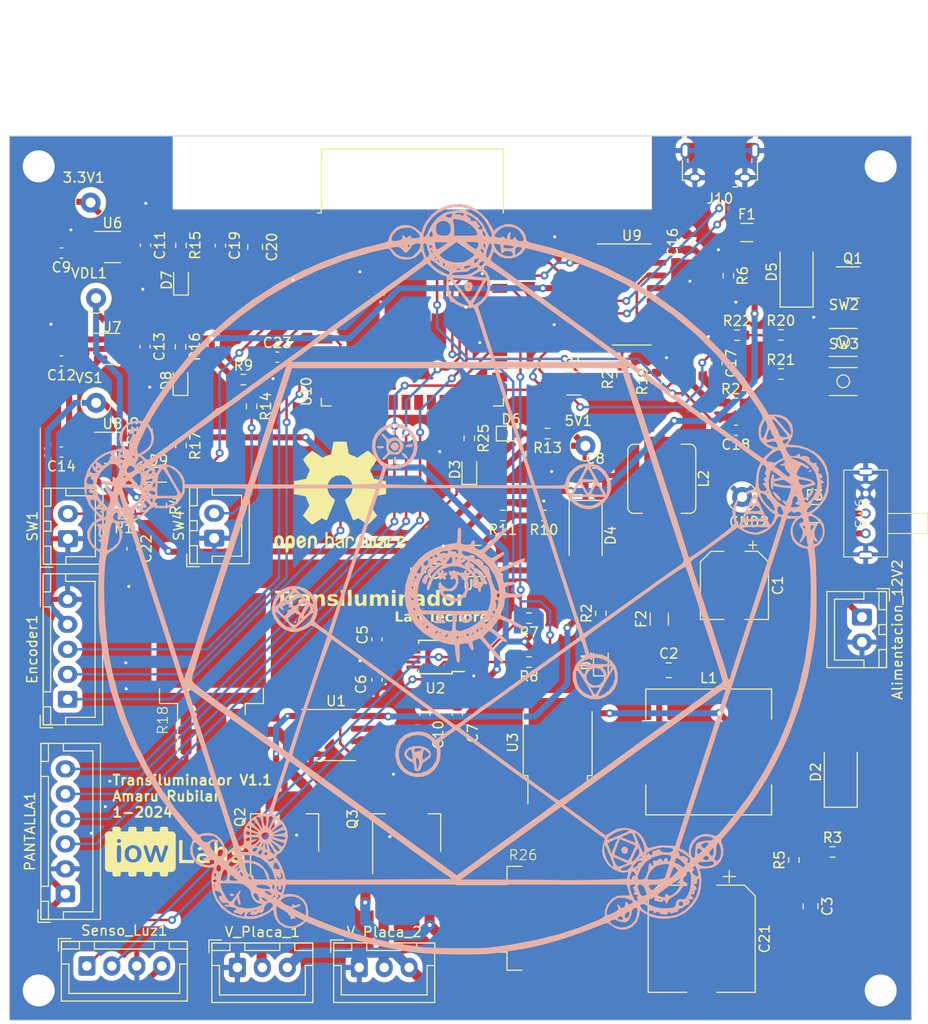
<source format=kicad_pcb>
(kicad_pcb (version 20221018) (generator pcbnew)
  (layers (0 "F.Cu" signal) (31 "B.Cu" signal) (34 "B.Paste" user) (35 "F.Paste" user) (36 "B.SilkS" user "B.Silkscreen") (37 "F.SilkS" user "F.Silkscreen") (38 "B.Mask" user) (39 "F.Mask" user) (44 "Edge.Cuts" user))
  (net 0 "")
  (net 1 "GND")
  (net 2 "V_in")
  (net 3 "V+")
  (net 4 "+3.3V")
  (net 5 "Vdac1")
  (net 6 "+5V")
  (net 7 "Vdac2")
  (net 8 "Net-(U3-Vin)")
  (net 9 "VS_3V3")
  (net 10 "/IO0")
  (net 11 "/RESET")
  (net 12 "Net-(D1-A)")
  (net 13 "Net-(D2-A)")
  (net 14 "/SW_5V")
  (net 15 "V_USB")
  (net 16 "V_12V")
  (net 17 "CLK_ENCODER")
  (net 18 "DT_ENCODER")
  (net 19 "SW_ENCODER")
  (net 20 "SPI_CLK")
  (net 21 "SPI_MISO")
  (net 22 "RES")
  (net 23 "DC")
  (net 24 "Net-(J10-D-)")
  (net 25 "Net-(J10-D+)")
  (net 27 "/RST#")
  (net 28 "Net-(Q4B-B1)")
  (net 29 "/DTR#")
  (net 30 "Net-(Q4A-B1)")
  (net 31 "UP")
  (net 32 "Net-(R1-Pad2)")
  (net 33 "sda")
  (net 34 "scl")
  (net 35 "/FB_5V")
  (net 36 "DOWN")
  (net 37 "Net-(R14-Pad2)")
  (net 38 "Net-(R20-Pad2)")
  (net 39 "Net-(R21-Pad2)")
  (net 40 "/IO2")
  (net 45 "/RX")
  (net 46 "/TX")
  (net 69 "/SD_cs")
  (net 71 "/spi_mosi")
  (net 72 "VCC_H1")
  (net 73 "VDL_3V3")
  (net 74 "Net-(SW6-B)")
  (net 75 "I_LED_1")
  (net 76 "Net-(Q2-B)")
  (net 77 "I_LED_2")
  (net 78 "Net-(Q3-B)")
  (net 79 "Net-(Q3-E)")
  (net 80 "Net-(U3-FB)")
  (net 85 "3.3V")
  (net 86 "Net-(D3-A)")
  (net 87 "Net-(D6-A)")
  (net 88 "Net-(D7-A)")
  (net 89 "Net-(D8-A)")
  (net 90 "Net-(D9-A)")
  (net 91 "Net-(J10-VBUS)")
  (footprint "IoWLabs:SS-SK12D07VG4-SDDT" (layer "F.Cu") (at 195 51.75 90)
    (fp_text reference "SW6")
    (fp_text value "~")
  )
  (footprint "Symbol:OSHW-Logo2_14.6x12mm_SilkScreen" (layer "F.Cu") (at 142.35 50.1)
    (fp_text reference "REF**" hide)
    (fp_text value "OSHW-Logo2_14.6x12mm_SilkScreen" hide)
  )
  (footprint "Package_SO:SOIC-16_3.9x9.9mm_P1.27mm" (layer "F.Cu") (at 171.575 29.825)
    (fp_text reference "U9")
    (fp_text value "CH340C")
  )
  (footprint "Connector_USB:USB_Micro-B_Amphenol_10118194_Horizontal" (layer "F.Cu") (at 180.4 16.725 180)
    (fp_text reference "J10")
    (fp_text value "USB_B_Micro")
  )
  (footprint "Connector_JST:JST_XH_B5B-XH-A_1x05_P2.50mm_Vertical" (layer "F.Cu") (at 115.075 70.35 90)
    (fp_text reference "Encoder1")
    (fp_text value "Conn_01x05_Pin")
  )
  (footprint "Connector_JST:JST_XH_B3B-XH-A_1x03_P2.50mm_Vertical" (layer "F.Cu") (at 144.275 97.2)
    (fp_text reference "V_Placa_2")
    (fp_text value "Conn_01x03_Pin")
  )
  (footprint "Package_TO_SOT_SMD:SOT-223-3_TabPin2" (layer "F.Cu") (at 136.8 83.725 90)
    (fp_text reference "Q2")
    (fp_text value "NPN")
  )
  (footprint "Capacitor_SMD:C_0603_1608Metric" (layer "F.Cu") (at 122.825 35.055 -90)
    (fp_text reference "C13")
    (fp_text value "1u")
  )
  (footprint "Connector_JST:JST_XH_B2B-XH-A_1x02_P2.50mm_Vertical" (layer "F.Cu") (at 129.75 54.225 90)
    (fp_text reference "SW4")
    (fp_text value "SW_Omron_B3FS")
  )
  (footprint "TestPoint:TestPoint_Loop_D2.50mm_Drill1.0mm_LowProfile" (layer "F.Cu") (at 117.375 20.625 180)
    (fp_text reference "3.3V1")
    (fp_text value "3.3V")
  )
  (footprint "LED_SMD:LED_0603_1608Metric" (layer "F.Cu") (at 155.3 47.35 90)
    (fp_text reference "D3")
    (fp_text value "LED")
  )
  (footprint "Resistor_SMD:R_0603_1608Metric" (layer "F.Cu") (at 155.3 44.225 -90)
    (fp_text reference "R25")
    (fp_text value "330")
  )
  (footprint "Fuse:Fuse_1206_3216Metric" (layer "F.Cu") (at 174.325 62.325 90)
    (fp_text reference "F2")
    (fp_text value "Fuse")
  )
  (footprint "Capacitor_SMD:CP_Elec_6.3x7.7" (layer "F.Cu") (at 181.85 58.95 -90)
    (fp_text reference "C1")
    (fp_text value "47u")
  )
  (footprint "Package_TO_SOT_SMD:SOT-23-5" (layer "F.Cu") (at 119.5125 35.275)
    (fp_text reference "U7")
    (fp_text value "AP2112K-3.3")
  )
  (footprint "Resistor_SMD:R_0603_1608Metric" (layer "F.Cu") (at 133.5 41.025 -90)
    (fp_text reference "R14")
    (fp_text value "200")
  )
  (footprint "Resistor_SMD:R_0603_1608Metric" (layer "F.Cu") (at 174.05 38.475 90)
    (fp_text reference "R19")
    (fp_text value "10K")
  )
  (footprint "Resistor_SMD:R_0603_1608Metric" (layer "F.Cu") (at 187.8 86.45 90)
    (fp_text reference "R5")
    (fp_text value "1k")
  )
  (footprint "Package_TO_SOT_SMD:SOT-363_SC-70-6_Handsoldering" (layer "F.Cu") (at 165.775 38.725)
    (fp_text reference "Q4")
    (fp_text value "Q_Dual_NPN_NPN_BRT_E1B1C2E2B2C1")
  )
  (footprint "Connector_JST:JST_XH_B6B-XH-A_1x06_P2.50mm_Vertical" (layer "F.Cu") (at 114.85 89.825 90)
    (fp_text reference "PANTALLA1")
    (fp_text value "ST77XX")
  )
  (footprint "Package_SO:SOIC-8_3.9x4.9mm_P1.27mm" (layer "F.Cu") (at 141.95 73.93)
    (fp_text reference "U1")
    (fp_text value "TLC272")
  )
  (footprint "Resistor_SMD:R_0603_1608Metric" (layer "F.Cu") (at 191.675 85.635)
    (fp_text reference "R3")
    (fp_text value "11.8k")
  )
  (footprint "Package_TO_SOT_SMD:SOT-23" (layer "F.Cu") (at 193.7125 28.625)
    (fp_text reference "Q1")
    (fp_text value "Q_PMOS_GSD")
  )
  (footprint "Package_TO_SOT_SMD:SOT-223-3_TabPin2" (layer "F.Cu") (at 149.025 83.725 90)
    (fp_text reference "Q3")
    (fp_text value "NPN")
  )
  (footprint "LED_SMD:LED_0603_1608Metric" (layer "F.Cu") (at 126.375 38.4425 90)
    (fp_text reference "D8")
    (fp_text value "LED")
  )
  (footprint "Resistor_SMD:R_0603_1608Metric" (layer "F.Cu") (at 126.375 35.055 -90)
    (fp_text reference "R16")
    (fp_text value "1k")
  )
  (footprint "Resistor_SMD:R_0603_1608Metric" (layer "F.Cu") (at 161.275 62.225 180)
    (fp_text reference "R7")
    (fp_text value "10k")
  )
  (footprint "Diode_SMD:D_SMA" (layer "F.Cu") (at 188.075 27.575 90)
    (fp_text reference "D5")
    (fp_text value "D_Schottky")
  )
  (footprint "Capacitor_SMD:C_0603_1608Metric" (layer "F.Cu") (at 114.45 25.675 180)
    (fp_text reference "C9")
    (fp_text value "1u")
  )
  (footprint "Capacitor_SMD:C_0603_1608Metric" (layer "F.Cu") (at 150.85 71.825 -90)
    (fp_text reference "C10")
    (fp_text value "10u")
  )
  (footprint "Inductor_SMD:L_Bourns_SRP7028A_7.3x6.6mm" (layer "F.Cu") (at 174.575 48.275 -90)
    (fp_text reference "L2")
    (fp_text value "22u")
  )
  (footprint "Diode_SMD:D_SMA" (layer "F.Cu") (at 166.95 53.95 -90)
    (fp_text reference "D4")
    (fp_text value "D_Schottky")
  )
  (footprint "Resistor_SMD:R_0603_1608Metric" (layer "F.Cu") (at 182.125 33.9)
    (fp_text reference "R22")
    (fp_text value "10K")
  )
  (footprint "Connector_JST:JST_XH_B3B-XH-A_1x03_P2.50mm_Vertical" (layer "F.Cu") (at 132.075 97.2)
    (fp_text reference "V_Placa_1")
    (fp_text value "Conn_01x03_Pin")
  )
  (footprint "IoWLabs:SMD_SWITCH" (layer "F.Cu") (at 192.75 38.545)
    (fp_text reference "SW3")
    (fp_text value "SW_DIP_x02")
  )
  (footprint "Resistor_SMD:R_0603_1608Metric" (layer "F.Cu") (at 168.475 61.75 90)
    (fp_text reference "R2")
    (fp_text value "1k")
  )
  (footprint "Fuse:Fuse_1206_3216Metric" (layer "F.Cu") (at 189.85 51.75)
    (fp_text reference "F3")
    (fp_text value "FUSE")
  )
  (footprint "Connector_JST:JST_XH_B4B-XH-A_1x04_P2.50mm_Vertical" (layer "F.Cu") (at 117 97.05)
    (fp_text reference "Senso_Luz1")
    (fp_text value "Conn_01x04_Pin")
  )
  (footprint "Fuse:Fuse_1206_3216Metric" (layer "F.Cu") (at 183.1 23.625)
    (fp_text reference "F1")
    (fp_text value "FUSE")
  )
  (footprint "Capacitor_SMD:C_0805_2012Metric" (layer "F.Cu") (at 150.175 57.45 -90)
    (fp_text reference "C4")
    (fp_text value "22u")
  )
  (footprint "Package_TO_SOT_SMD:SOT-23-6" (layer "F.Cu") (at 155.6625 56.5 180)
    (fp_text reference "U4")
    (fp_text value "MT3608")
  )
  (footprint "Capacitor_SMD:C_0603_1608Metric" (layer "F.Cu") (at 114.45 36.475 180)
    (fp_text reference "C12")
    (fp_text value "1u")
  )
  (footprint "Connector_JST:JST_XH_B2B-XH-A_1x02_P2.50mm_Vertical" (layer "F.Cu") (at 115.1 54.275 90)
    (fp_text reference "SW1")
    (fp_text value "SW_Omron_B3FS")
  )
  (footprint "Resistor_SMD:R_0603_1608Metric" (layer "F.Cu") (at 162.775 51.95 180)
    (fp_text reference "R10")
    (fp_text value "7K5")
  )
  (footprint "Connector_JST:JST_XH_B2B-XH-A_1x02_P2.50mm_Vertical" (layer "F.Cu") (at 194.625 62.125 -90)
    (fp_text reference "Alimentacion_12V2")
    (fp_text value "HDR-2x1")
  )
  (footprint "Resistor_SMD:R_0603_1608Metric" (layer "F.Cu") (at 170.6 37.875 90)
    (fp_text reference "R23")
    (fp_text value "10K")
  )
  (footprint "Capacitor_SMD:C_0805_2012Metric" (layer "F.Cu") (at 189.475 91.075 -90)
    (fp_text reference "C3")
    (fp_text value "1u")
  )
  (footprint "Package_TO_SOT_SMD:TO-252-5_TabPin6" (layer "F.Cu") (at 164.15 74.685 90)
    (fp_text reference "U3")
    (fp_text value "XL6008")
  )
  (footprint "Resistor_SMD:R_0603_1608Metric" (layer "F.Cu") (at 126.425 44.955 -90)
    (fp_text reference "R17")
    (fp_text value "1k")
  )
  (footprint "RF_Module:ESP32-WROOM-32" (layer "F.Cu") (at 149.5932 31.11)
    (fp_text reference "U10")
    (fp_text value "ESP32-WROOM-32D")
  )
  (footprint "TestPoint:TestPoint_Loop_D2.50mm_Drill1.0mm_LowProfile" (layer "F.Cu") (at 117.925 40.675 180)
    (fp_text reference "VS1")
    (fp_text value "VS_3V3")
  )
  (footprint "LED_SMD:LED_0603_1608Metric" (layer "F.Cu") (at 168.475 66.525 90)
    (fp_text reference "D1")
    (fp_text value "LED")
  )
  (footprint "IoWLabs:TO-263-3 TAB 3" (layer "F.Cu") (at 128.905 69.165 90)
    (fp_text reference "R18")
    (fp_text value "5")
  )
  (footprint "LED_SMD:LED_0603_1608Metric" (layer "F.Cu") (at 159.4875 43.75)
    (fp_text reference "D6")
    (fp_text value "LED")
  )
  (footprint "IoWLabs:TO-263-3 TAB 3" (layer "F.Cu") (at 160.685 91.705)
    (fp_text reference "R26")
    (fp_text value "5")
  )
  (footprint "Resistor_SMD:R_0603_1608Metric" (layer "F.Cu") (at 158.65 51.95 180)
    (fp_text reference "R11")
    (fp_text value "1K")
  )
  (footprint "IoWLabsLogos:IoWLabs_logo" (layer "F.Cu") (at 125.87789 85.6)
    (fp_text reference "G***" hide)
    (fp_text value "LOGO" hide)
  )
  (footprint "Capacitor_SMD:C_0603_1608Metric" (layer "F.Cu") (at 182 43.425 180)
    (fp_text reference "C18")
    (fp_text value "100n")
  )
  (footprint "Capacitor_SMD:C_0805_2012Metric" (layer "F.Cu") (at 133.85 25.075 -90)
    (fp_text reference "C20")
    (fp_text value "10u")
  )
  (footprint "Resistor_SMD:R_0603_1608Metric" (layer "F.Cu") (at 186.5 33.875)
    (fp_text reference "R20")
    (fp_text value "200")
  )
  (footprint "Resistor_SMD:R_0603_1608Metric" (layer "F.Cu") (at 132.675 38.35)
    (fp_text reference "R9")
    (fp_text value "10K")
  )
  (footprint "Resistor_SMD:R_0603_1608Metric" (layer "F.Cu") (at 120.7 51.775 180)
    (fp_text reference "R1")
    (fp_text value "200")
  )
  (footprint "Capacitor_SMD:C_0603_1608Metric" (layer "F.Cu") (at 146.05 68.4 -90)
    (fp_text reference "C6")
    (fp_text value "0.1u")
  )
  (footprint "Package_TO_SOT_SMD:SOT-23-5" (layer "F.Cu") (at 119.5625 25.075)
    (fp_text reference "U6")
    (fp_text value "AP2112K-3.3")
  )
  (footprint "Capacitor_SMD:C_0603_1608Metric" (layer "F.Cu") (at 121.525 55.275 -90)
    (fp_text reference "C22")
    (fp_text value "100n")
  )
  (footprint "TestPoint:TestPoint_Loop_D2.50mm_Drill1.0mm_LowProfile" (layer "F.Cu") (at 117.925 30.2 180)
    (fp_text reference "VDL1")
    (fp_text value "VDL_3V3")
  )
  (footprint "LED_SMD:LED_0603_1608Metric" (layer "F.Cu") (at 124.175 47.875)
    (fp_text reference "D9")
    (fp_text value "LED")
  )
  (footprint "TestPoint:TestPoint_Loop_D2.50mm_Drill1.0mm_LowProfile" (layer "F.Cu") (at 182.625 50.1)
    (fp_text reference "GND2")
    (fp_text value "GND")
  )
  (footprint "TestPoint:TestPoint_Loop_D2.50mm_Drill1.0mm_LowProfile" (layer "F.Cu") (at 166.925 44.975 180)
    (fp_text reference "5V1")
    (fp_text value "5V")
  )
  (footprint "Resistor_SMD:R_0603_1608Metric" (layer "F.Cu") (at 124.45 50.95 -90)
    (fp_text reference "R4")
    (fp_text value "10K")
  )
  (footprint "Capacitor_SMD:C_0603_1608Metric" (layer "F.Cu") (at 136.075 36.1)
    (fp_text reference "C23")
    (fp_text value "100n")
  )
  (footprint "Package_TO_SOT_SMD:SOT-23-5" (layer "F.Cu") (at 119.5625 45.175)
    (fp_text reference "U8")
    (fp_text value "AP2112K-3.3")
  )
  (footprint "Capacitor_SMD:C_0603_1608Metric" (layer "F.Cu") (at 146.05 64.35 90)
    (fp_text reference "C5")
    (fp_text value "0.1u")
  )
  (footprint "Capacitor_SMD:C_0603_1608Metric" (layer "F.Cu") (at 130.375 24.925 -90)
    (fp_text reference "C19")
    (fp_text value "100n")
  )
  (footprint "Resistor_SMD:R_0603_1608Metric" (layer "F.Cu") (at 163.1375 43.75 180)
    (fp_text reference "R13")
    (fp_text value "470")
  )
  (footprint "Inductor_SMD:L_12x12mm_H8mm" (layer "F.Cu") (at 179.275 75.625)
    (fp_text reference "L1")
    (fp_text value "33u")
  )
  (footprint "Capacitor_SMD:C_0603_1608Metric" (layer "F.Cu") (at 114.45 45.6 180)
    (fp_text reference "C14")
    (fp_text value "1u")
  )
  (footprint "Package_SO:MSOP-10_3x3mm_P0.5mm" (layer "F.Cu") (at 151.9 66.125 180)
    (fp_text reference "U2")
    (fp_text value "MCP4728")
  )
  (footprint "Capacitor_SMD:C_0805_2012Metric" (layer "F.Cu") (at 167.9 47.95)
    (fp_text reference "C8")
    (fp_text value "22u")
  )
  (footprint "Capacitor_SMD:C_0603_1608Metric" (layer "F.Cu") (at 177.1 24.6 90)
    (fp_text reference "C16")
    (fp_text value "100n")
  )
  (footprint "Resistor_SMD:R_0603_1608Metric" (layer "F.Cu") (at 126.425 24.9 -90)
    (fp_text reference "R15")
    (fp_text value "1k")
  )
  (footprint "IoWLabs:SMD_SWITCH" (layer "F.Cu") (at 192.75 34.625)
    (fp_text reference "SW2")
    (fp_text value "SW_DIP_x02")
  )
  (footprint "Capacitor_SMD:C_0603_1608Metric" (layer "F.Cu") (at 154.1 71.825 -90)
    (fp_text reference "C7")
    (fp_text value "0.1u")
  )
  (footprint "Capacitor_SMD:C_0805_2012Metric" (layer "F.Cu") (at 175.275 67.45)
    (fp_text reference "C2")
    (fp_text value "1u")
  )
  (footprint "Resistor_SMD:R_0603_1608Metric" (layer "F.Cu") (at 186.5 37.79)
    (fp_text reference "R21")
    (fp_text value "200")
  )
  (footprint "Resistor_SMD:R_0603_1608Metric" (layer "F.Cu") (at 181.95 40.725)
    (fp_text reference "R24")
    (fp_text value "10K")
  )
  (footprint "Resistor_SMD:R_0603_1608Metric" (layer "F.Cu") (at 181.25 27.95 -90)
    (fp_text reference "R6")
    (fp_text value "10K")
  )
  (footprint "Capacitor_SMD:C_0603_1608Metric" (layer "F.Cu") (at 180.1 36.725 -90)
    (fp_text reference "C17")
    (fp_text value "100n")
  )
  (footprint "Resistor_SMD:R_0603_1608Metric" (layer "F.Cu") (at 161.275 66.625 180)
    (fp_text reference "R8")
    (fp_text value "10k")
  )
  (footprint "Capacitor_SMD:CP_Elec_10x10.5" (layer "F.Cu") (at 178.575 94.325 -90)
    (fp_text reference "C21")
    (fp_text value "220u")
  )
  (footprint "Capacitor_SMD:C_0603_1608Metric" (layer "F.Cu") (at 123.025 43.45 90)
    (fp_text reference "C15")
    (fp_text value "1u")
  )
  (footprint "LED_SMD:LED_0603_1608Metric" (layer "F.Cu") (at 126.425 28.4 90)
    (fp_text reference "D7")
    (fp_text value "LED")
  )
  (footprint "Capacitor_SMD:C_0603_1608Metric" (layer "F.Cu") (at 122.875 24.9 -90)
    (fp_text reference "C11")
    (fp_text value "1u")
  )
  (footprint "Diode_SMD:D_SMA" (layer "F.Cu") (at 192.5 77.65 90)
    (fp_text reference "D2")
    (fp_text value "D_Schottky")
  )
  (footprint "Imagenes_png:circulo_final_bien" (layer "B.Cu") (at 154.5 58.4 180)
    (fp_text reference "G***")
    (fp_text value "LOGO" hide)
  )
  (gr_rect (start 109.2432 13.9444) (end 199.5932 102.489) (stroke (width 0.1)) (fill none) (layer "Edge.Cuts"))
  (gr_text "Transiluminador V1.1\nAmaru Rubilar\n1-2024" (at 119.45 82.25) (layer "F.SilkS") (effects (font (size 1 1) (thickness 0.2) bold) (justify left bottom)))
  (gr_text "Lab Teclibre" (at 147.8 62.75) (layer "F.SilkS") (effects (font (size 1 1) (thickness 0.2) bold) (justify left bottom)))
  (gr_text "Transiluminador" (at 135.85 61.25) (layer "F.SilkS") (effects (font (size 1.5 1.5) (thickness 0.2) bold) (justify left bottom)))
  (segment (start 175.675 19.25) (end 175.675 17.4) (width 0.254) (layer "F.Cu") (net 1))
  (segment (start 178.675 19.9) (end 176.325 19.9) (width 0.254) (layer "F.Cu") (net 1))
  (segment (start 179.1 18.125) (end 179.1 19.475) (width 0.254) (layer "F.Cu") (net 1))
  (segment (start 179.1 18.125) (end 179.1 15.725) (width 0.254) (layer "F.Cu") (net 1))
  (segment (start 177.9 18.125) (end 179.1 18.125) (width 0.254) (layer "F.Cu") (net 1))
  (segment (start 179.1 19.475) (end 178.675 19.9) (width 0.254) (layer "F.Cu") (net 1))
  (segment (start 175.675 17.4) (end 176.9 16.175) (width 0.254) (layer "F.Cu") (net 1))
  (segment (start 179.1 15.725) (end 179.4 15.425) (width 0.254) (layer "F.Cu") (net 1))
  (segment (start 176.325 19.9) (end 175.675 19.25) (width 0.254) (layer "F.Cu") (net 1))
  (segment (start 177.5 15.425) (end 183.3 15.425) (width 0.254) (layer "F.Cu") (net 1))
  (segment (start 176.9 16.175) (end 176.9 15.425) (width 0.254) (layer "F.Cu") (net 1))
  (via (at 112.175 99.5) (size 3.6) (drill 3.2) (layers "F.Cu" "B.Cu") (net 1))
  (via (at 152.35 45.55) (size 0.6) (drill 0.3) (layers "F.Cu" "B.Cu") (net 1))
  (via (at 135.65 38.25) (size 0.6) (drill 0.3) (layers "F.Cu" "B.Cu") (net 1))
  (via (at 175.05 36.15) (size 0.6) (drill 0.3) (layers "F.Cu" "B.Cu") (net 1))
  (via (at 112.175 17) (size 3.6) (drill 3.2) (layers "F.Cu" "B.Cu") (net 1))
  (via (at 163.85 24.05) (size 0.6) (drill 0.3) (layers "F.Cu" "B.Cu") (net 1))
  (via (at 156.6 27.75) (size 0.6) (drill 0.3) (layers "F.Cu" "B.Cu") (net 1))
  (via (at 144.35 66.5) (size 0.6) (drill 0.3) (layers "F.Cu" "B.Cu") (net 1))
  (via (at 120.938897 69.301157) (size 0.6) (drill 0.3) (layers "F.Cu" "B.Cu") (net 1))
  (via (at 119.3 78.55) (size 0.6) (drill 0.3) (layers "F.Cu" "B.Cu") (net 1))
  (via (at 123.3 39.1) (size 0.6) (drill 0.3) (layers "F.Cu" "B.Cu") (net 1))
  (via (at 180.25 25.35) (size 0.6) (drill 0.3) (layers "F.Cu" "B.Cu") (net 1))
  (via (at 147.7 77.85) (size 0.6) (drill 0.3) (layers "F.Cu" "B.Cu") (net 1))
  (via (at 163.55 47.55) (size 0.6) (drill 0.3) (layers "F.Cu" "B.Cu") (net 1))
  (via (at 144.35 27.55) (size 0.6) (drill 0.3) (layers "F.Cu" "B.Cu") (net 1))
  (via (at 156.35 34.65) (size 0.6) (drill 0.3) (layers "F.Cu" "B.Cu") (net 1))
  (via (at 137.65 28.35) (size 0.6) (drill 0.3) (layers "F.Cu" "B.Cu") (net 1))
  (via (at 121.2 59.05) (size 0.6) (drill 0.3) (layers "F.Cu" "B.Cu") (net 1))
  (via (at 177.4 28.5) (size 0.6) (drill 0.3) (layers "F.Cu" "B.Cu") (net 1))
  (via (at 122.6 29.3) (size 0.6) (drill 0.3) (layers "F.Cu" "B.Cu") (net 1))
  (via (at 122.9 20.7) (size 0.6) (drill 0.3) (layers "F.Cu" "B.Cu") (net 1))
  (via (at 163.8 32.85) (size 0.6) (drill 0.3) (layers "F.Cu" "B.Cu") (net 1))
  (via (at 147.35 84.1) (size 0.6) (drill 0.3) (layers "F.Cu" "B.Cu") (net 1))
  (via (at 115.4 23.35) (size 0.6) (drill 0.3) (layers "F.Cu" "B.Cu") (net 1))
  (via (at 154.95 31.1) (size 0.6) (drill 0.3) (layers "F.Cu" "B.Cu") (net 1))
  (via (at 113.4 32.8) (size 0.6) (drill 0.3) (layers "F.Cu" "B.Cu") (net 1))
  (via (at 152.7 55) (size 0.6) (drill 0.3) (layers "F.Cu" "B.Cu") (net 1))
  (via (at 138 83.95) (size 0.6) (drill 0.3) (layers "F.Cu" "B.Cu") (net 1))
  (via (at 182 30.6) (size 0.6) (drill 0.3) (layers "F.Cu" "B.Cu") (net 1))
  (via (at 120.9 66.7) (size 0.6) (drill 0.3) (layers "F.Cu" "B.Cu") (net 1))
  (via (at 155.75 68) (size 0.6) (drill 0.3) (layers "F.Cu" "B.Cu") (net 1))
  (via (at 117.45 83.75) (size 0.6) (drill 0.3) (layers "F.Cu" "B.Cu") (net 1))
  (via (at 118.85 81.1) (size 0.6) (drill 0.3) (layers "F.Cu" "B.Cu") (net 1))
  (via (at 189.8 32.1) (size 0.6) (drill 0.3) (layers "F.Cu" "B.Cu") (net 1))
  (via (at 162.75 50.5) (size 0.6) (drill 0.3) (layers "F.Cu" "B.Cu") (net 1))
  (via (at 196.5 17) (size 3.6) (drill 3.2) (layers "F.Cu" "B.Cu") (net 1))
  (via (at 179.25 34.05) (size 0.6) (drill 0.3) (layers "F.Cu" "B.Cu") (net 1))
  (via (at 196.5 99.5) (size 3.6) (drill 3.2) (layers "F.Cu" "B.Cu") (net 1))
  (segment (start 188.45 51.75) (end 186.35 51.75) (width 0.6096) (layer "F.Cu") (net 2))
  (segment (start 174.375 60.925) (end 168.5 60.925) (width 0.6096) (layer "F.Cu") (net 2))
  (segment (start 188.45 45.4) (end 190.875 42.975) (width 0.6096) (layer "F.Cu") (net 2))
  (segment (start 181.85 56.25) (end 177.175 60.925) (width 0.6096) (layer "F.Cu") (net 2))
  (segment (start 144.425 72.025) (end 147.125 72.025) (width 0.6096) (layer "F.Cu") (net 2))
  (segment (start 167.4 60.925) (end 168.475 60.925) (width 0.6096) (layer "F.Cu") (net 2))
  (segment (start 165.125 63.2) (end 167.4 60.925) (width 0.6096) (layer "F.Cu") (net 2))
  (segment (start 188.45 51.75) (end 188.45 45.4) (width 0.6096) (layer "F.Cu") (net 2))
  (segment (start 195.45 42.975) (end 197.65 40.775) (width 0.6096) (layer "F.Cu") (net 2))
  (segment (start 197.65 40.775) (end 197.65 30.375) (width 0.6096) (layer "F.Cu") (net 2))
  (segment (start 197.65 30.375) (end 195.9 28.625) (width 0.6096) (layer "F.Cu") (net 2))
  (segment (start 186.35 51.75) (end 181.85 56.25) (width 0.6096) (layer "F.Cu") (net 2))
  (segment (start 195.9 28.625) (end 194.65 28.625) (width 0.6096) (layer "F.Cu") (net 2))
  (segment (start 190.875 42.975) (end 195.45 42.975) (width 0.6096) (layer "F.Cu") (net 2))
  (segment (start 177.175 60.925) (end 174.375 60.925) (width 0.6096) (layer "F.Cu") (net 2))
  (segment (start 147.125 72.025) (end 147.175 72.075) (width 0.254) (layer "F.Cu") (net 2))
  (via (at 165.125 63.2) (size 0.8) (drill 0.4) (layers "F.Cu" "B.Cu") (net 2))
  (via (at 147.175 72.075) (size 0.8) (drill 0.4) (layers "F.Cu" "B.Cu") (net 2))
  (segment (start 165.125 68.825) (end 165.125 63.2) (width 0.6096) (layer "B.Cu") (net 2))
  (segment (start 161.875 72.075) (end 165.125 68.825) (width 0.6096) (layer "B.Cu") (net 2))
  (segment (start 147.175 72.075) (end 161.875 72.075) (width 0.6096) (layer "B.Cu") (net 2))
  (segment (start 188.075 29.575) (end 192.775 29.575) (width 0.25) (layer "F.Cu") (net 3))
  (segment (start 154.525 53.77272) (end 154.525 55.55) (width 0.6096) (layer "F.Cu") (net 3))
  (segment (start 183.875 31.75) (end 183.875 30.825) (width 0.6096) (layer "F.Cu") (net 3))
  (segment (start 158.79772 49.5) (end 154.525 53.77272) (width 0.6096) (layer "F.Cu") (net 3))
  (segment (start 174.575 45.55) (end 174.575 43.725) (width 0.6096) (layer "F.Cu") (net 3))
  (segment (start 165.45 49.5) (end 158.79772 49.5) (width 0.6096) (layer "F.Cu") (net 3))
  (segment (start 183.875 30.825) (end 185.125 29.575) (width 0.6096) (layer "F.Cu") (net 3))
  (segment (start 174.575 43.725) (end 175.825 42.475) (width 0.6096) (layer "F.Cu") (net 3))
  (segment (start 150.175 56.5) (end 154.525 56.5) (width 0.6096) (layer "F.Cu") (net 3))
  (segment (start 185.125 29.575) (end 188.075 29.575) (width 0.6096) (layer "F.Cu") (net 3))
  (segment (start 154.525 55.55) (end 154.525 56.5) (width 0.6096) (layer "F.Cu") (net 3))
  (via (at 175.825 42.475) (size 0.8) (drill 0.4) (layers "F.Cu" "B.Cu") (net 3))
  (via (at 183.875 31.75) (size 0.8) (drill 0.4) (layers "F.Cu" "B.Cu") (net 3))
  (via (at 165.45 49.5) (size 0.8) (drill 0.4) (layers "F.Cu" "B.Cu") (net 3))
  (segment (start 165.45 49.5) (end 168.8 49.5) (width 0.6096) (layer "B.Cu") (net 3))
  (segment (start 179.9 42.475) (end 183.325 39.05) (width 0.6096) (layer "B.Cu") (net 3))
  (segment (start 175.825 42.475) (end 179.9 42.475) (width 0.6096) (layer "B.Cu") (net 3))
  (segment (start 183.325 39.05) (end 183.875 38.5) (width 0.6096) (layer "B.Cu") (net 3))
  (segment (start 183.875 38.5) (end 183.875 31.75) (width 0.6096) (layer "B.Cu") (net 3))
  (segment (start 168.8 49.5) (end 175.825 42.475) (width 0.6096) (layer "B.Cu") (net 3))
  (segment (start 130.375 24.15) (end 133.825 24.15) (width 0.6096) (layer "F.Cu") (net 4))
  (segment (start 133.85 24.125) (end 140.8382 24.125) (width 0.6096) (layer "F.Cu") (net 4))
  (segment (start 114.85 89.825) (end 113.1 91.575) (width 0.6096) (layer "F.Cu") (net 4))
  (segment (start 117.95 20.55) (end 117.95 21.375) (width 0.6096) (layer "F.Cu") (net 4))
  (segment (start 111.575 86.55) (end 111.575 24.6) (width 0.6096) (layer "F.Cu") (net 4))
  (segment (start 115.625 20.55) (end 117.95 20.55) (width 0.6096) (layer "F.Cu") (net 4))
  (segment (start 114.85 89.825) (end 111.575 86.55) (width 0.6096) (layer "F.Cu") (net 4))
  (segment (start 120.7 24.125) (end 130.35 24.125) (width 0.6096) (layer "F.Cu") (net 4))
  (segment (start 111.575 24.6) (end 115.625 20.55) (width 0.6096) (layer "F.Cu") (net 4))
  (segment (start 116.05 99.4) (end 122.15 99.4) (width 0.6096) (layer "F.Cu") (net 4))
  (segment (start 117.95 21.375) (end 120.7 24.125) (width 0.6096) (layer "F.Cu") (net 4))
  (segment (start 113.1 96.45) (end 116.05 99.4) (width 0.6096) (layer "F.Cu") (net 4))
  (segment (start 130.35 24.125) (end 130.375 24.15) (width 0.6096) (layer "F.Cu") (net 4))
  (segment (start 140.8382 24.125) (end 140.8432 24.13) (width 0.6096) (layer "F.Cu") (net 4))
  (segment (start 122.15 99.4) (end 124.5 97.05) (width 0.6096) (layer "F.Cu") (net 4))
  (segment (start 113.1 91.575) (end 113.1 96.45) (width 0.6096) (layer "F.Cu") (net 4))
  (segment (start 133.825 24.15) (end 133.85 24.125) (width 0.6096) (layer "F.Cu") (net 4))
  (segment (start 146.05 65.125) (end 149.7 65.125) (width 0.254) (layer "F.Cu") (net 5))
  (segment (start 141.45 73.564999) (end 141.45 67.725) (width 0.254) (layer "F.Cu") (net 5))
  (segment (start 140.449999 74.565) (end 141.45 73.564999) (width 0.254) (layer "F.Cu") (net 5))
  (segment (start 139.475 74.565) (end 140.449999 74.565) (width 0.254) (layer "F.Cu") (net 5))
  (segment (start 144.05 65.125) (end 146.05 65.125) (width 0.254) (layer "F.Cu") (net 5))
  (segment (start 141.45 67.725) (end 144.05 65.125) (width 0.254) (layer "F.Cu") (net 5))
  (segment (start 118.425 27) (end 118.425 26.025) (width 0.6096) (layer "F.Cu") (net 6))
  (segment (start 118.375 36.225) (end 115.475 39.125) (width 0.6096) (layer "F.Cu") (net 6))
  (segment (start 166.95 45) (end 166.95 47.95) (width 0.6096) (layer "F.Cu") (net 6))
  (segment (start 116.275 46.65) (end 116.275 46.675) (width 0.6096) (layer "F.Cu") (net 6))
  (segment (start 115.225 39.125) (end 115.225 25.775) (width 0.6096) (layer "F.Cu") (net 6))
  (segment (start 115.225 28.625) (end 116.8 28.625) (width 0.6096) (layer "F.Cu") (net 6))
  (segment (start 118.425 44.225) (end 116.6 44.225) (width 0.6096) (layer "F.Cu") (net 6))
  (segment (start 116.72 34.33) (end 118.37 34.33) (width 0.6096) (layer "F.Cu") (net 6))
  (segment (start 125.2298 55.5798) (end 130.819576 55.5798) (width 0.6096) (layer "F.Cu") (net 6))
  (segment (start 116.275 46.65) (end 116.525 46.9) (width 0.6096) (layer "F.Cu") (net 6))
  (segment (start 163.9625 43.75) (end 165.7 43.75) (width 0.6096) (layer "F.Cu") (net 6))
  (segment (start 150.5048 55.4952) (end 161.025 44.975) (width 0.6096) (layer "F.Cu") (net 6))
  (segment (start 161.025 44.975) (end 166.925 44.975) (width 0.6096) (layer "F.Cu") (net 6))
  (segment (start 125.15 55.5) (end 125.2298 55.5798) (width 0.6096) (layer "F.Cu") (net 6))
  (segment (start 118.6 49) (end 118.65 49) (width 0.6096) (layer "F.Cu") (net 6))
  (segment (start 130.819576 55.5798) (end 130.849376 55.55) (width 0.6096) (layer "F.Cu") (net 6))
  (segment (start 165.7 43.75) (end 166.95 45) (width 0.6096) (layer "F.Cu") (net 6))
  (segment (start 116.275 46.675) (end 118.6 49) (width 0.6096) (layer "F.Cu") (net 6))
  (segment (start 118.42 44.23) (end 118.425 44.225) (width 0.6096) (layer "F.Cu") (net 6))
  (segment (start 116.8 28.625) (end 118.425 27) (width 0.6096) (layer "F.Cu") (net 6))
  (segment (start 166.95 47.95) (end 166.95 51.95) (width 0.6096) (layer "F.Cu") (net 6))
  (segment (start 118.37 34.33) (end 118.375 34.325) (width 0.6096) (layer "F.Cu") (net 6))
  (segment (start 115.225 45.6) (end 116.275 46.65) (width 0.6096) (layer "F.Cu") (net 6))
  (segment (start 144.054581 55.55) (end 144.109381 55.4952) (width 0.6096) (layer "F.Cu") (net 6))
  (segment (start 115.225 39.125) (end 115.225 45.6) (width 0.6096) (layer "F.Cu") (net 6))
  (segment (start 116.775 24.125) (end 118.425 24.125) (width 0.6096) (layer "F.Cu") (net 6))
  (segment (start 115.225 25.775) (end 115.125 25.675) (width 0.6096) (layer "F.Cu") (net 6))
  (segment (start 115.225 35.825) (end 116.72 34.33) (width 0.6096) (layer "F.Cu") (net 6))
  (segment (start 163.6 51.95) (end 166.95 51.95) (width 0.6096) (layer "F.Cu") (net 6))
  (segment (start 116.525 46.9) (end 117.65 46.9) (width 0.6096) (layer "F.Cu") (net 6))
  (segment (start 116.6 44.225) (end 115.225 45.6) (width 0.6096) (layer "F.Cu") (net 6))
  (segment (start 130.849376 55.55) (end 144.054581 55.55) (width 0.6096) (layer "F.Cu") (net 6))
  (segment (start 117.65 46.9) (end 118.425 46.125) (width 0.6096) (layer "F.Cu") (net 6))
  (segment (start 115.225 25.675) (end 116.775 24.125) (width 0.6096) (layer "F.Cu") (net 6))
  (segment (start 144.109381 55.4952) (end 150.5048 55.4952) (width 0.6096) (layer "F.Cu") (net 6))
  (segment (start 115.475 39.125) (end 115.225 39.125) (width 0.6096) (layer "F.Cu") (net 6))
  (segment (start 115.225 36.475) (end 115.225 35.825) (width 0.6096) (layer "F.Cu") (net 6))
  (via (at 125.15 55.5) (size 0.8) (drill 0.4) (layers "F.Cu" "B.Cu") (net 6))
  (via (at 118.65 49) (size 0.8) (drill 0.4) (layers "F.Cu" "B.Cu") (net 6))
  (segment (start 125.15 55.5) (end 118.65 49) (width 0.6096) (layer "B.Cu") (net 6))
  (segment (start 147.4 65.625) (end 146.05 66.975) (width 0.254) (layer "F.Cu") (net 7))
  (segment (start 143.450001 75.835) (end 144.425 75.835) (width 0.254) (layer "F.Cu") (net 7))
  (segment (start 142.375 68.875) (end 142.375 74.759999) (width 0.254) (layer "F.Cu") (net 7))
  (segment (start 146.05 67.625) (end 143.625 67.625) (width 0.254) (layer "F.Cu") (net 7))
  (segment (start 146.05 66.975) (end 146.05 67.625) (width 0.254) (layer "F.Cu") (net 7))
  (segment (start 149.7 65.625) (end 147.4 65.625) (width 0.254) (layer "F.Cu") (net 7))
  (segment (start 142.375 74.759999) (end 143.450001 75.835) (width 0.254) (layer "F.Cu") (net 7))
  (segment (start 143.625 67.625) (end 142.375 68.875) (width 0.254) (layer "F.Cu") (net 7))
  (segment (start 174.325 63.725) (end 174.325 75.625) (width 0.6096) (layer "F.Cu") (net 8))
  (segment (start 165.29 79.725) (end 165.29 78.41) (width 0.6096) (layer "F.Cu") (net 8))
  (segment (start 166.1 77.6) (end 172.35 77.6) (width 0.6096) (layer "F.Cu") (net 8))
  (segment (start 165.29 78.41) (end 166.1 77.6) (width 0.6096) (layer "F.Cu") (net 8))
  (segment (start 172.35 77.6) (end 174.325 75.625) (width 0.6096) (layer "F.Cu") (net 8))
  (segment (start 154.3745 71.05) (end 158.075 67.3495) (width 0.6096) (layer "F.Cu") (net 9))
  (segment (start 117.925 40.675) (end 118.675 40.675) (width 0.6096) (layer "F.Cu") (net 9))
  (segment (start 150.85 71.05) (end 154.1 71.05) (width 0.6096) (layer "F.Cu") (net 9))
  (segment (start 162.1 63.3) (end 160.825 64.575) (width 0.6096) (layer "F.Cu") (net 9))
  (segment (start 154.1 67.3) (end 154.1 71.05) (width 0.6096) (layer "F.Cu") (net 9))
  (segment (start 162.1 62.225) (end 162.1 63.3) (width 0.6096) (layer "F.Cu") (net 9))
  (segment (start 162.1 66.625) (end 162.1 65.85) (width 0.6096) (layer "F.Cu") (net 9))
  (segment (start 120.7 44.225) (end 126.33 44.225) (width 0.6096) (layer "F.Cu") (net 9))
  (segment (start 126.33 44.225) (end 126.425 44.13) (width 0.6096) (layer "F.Cu") (net 9))
  (segment (start 162.1 65.85) (end 160.825 64.575) (width 0.6096) (layer "F.Cu") (net 9))
  (segment (start 118.675 40.675) (end 120.7 42.7) (width 0.6096) (layer "F.Cu") (net 9))
  (segment (start 138.9 44.13) (end 126.425 44.13) (width 0.6096) (layer "F.Cu") (net 9))
  (segment (start 120.7 42.7) (end 120.7 44.225) (width 0.6096) (layer "F.Cu") (net 9))
  (via (at 138.9 44.13) (size 0.8) (drill 0.4) (layers "F.Cu" "B.Cu") (net 9))
  (via (at 158.075 67.3495) (size 0.8) (drill 0.4) (layers "F.Cu" "B.Cu") (net 9))
  (via (at 160.825 64.575) (size 0.8) (drill 0.4) (layers "F.Cu" "B.Cu") (net 9))
  (segment (start 115.825 40.675) (end 117.925 40.675) (width 0.6096) (layer "B.Cu") (net 9))
  (segment (start 113.1 43.4) (end 115.825 40.675) (width 0.6096) (layer "B.Cu") (net 9))
  (segment (start 158.95 55.5) (end 158.95 64.575) (width 0.6096) (layer "B.Cu") (net 9))
  (segment (start 150.6 47.15) (end 158.95 55.5) (width 0.6096) (layer "B.Cu") (net 9))
  (segment (start 160.825 64.575) (end 158.95 64.575) (width 0.6096) (layer "B.Cu") (net 9))
  (segment (start 158.075 65.45) (end 158.075 67.3495) (width 0.6096) (layer "B.Cu") (net 9))
  (segment (start 141.92 47.15) (end 150.6 47.15) (width 0.6096) (layer "B.Cu") (net 9))
  (segment (start 138.9 44.13) (end 141.92 47.15) (width 0.6096) (layer "B.Cu") (net 9))
  (segment (start 158.95 64.575) (end 158.075 65.45) (width 0.6096) (layer "B.Cu") (net 9))
  (segment (start 113.1 60.875) (end 113.1 43.4) (width 0.6096) (layer "B.Cu") (net 9))
  (segment (start 115.075 62.85) (end 113.1 60.875) (width 0.6096) (layer "B.Cu") (net 9))
  (segment (start 164.825 39.375) (end 164.445 39.375) (width 0.254) (layer "F.Cu") (net 10))
  (segment (start 166.4 40.95) (end 164.825 39.375) (width 0.254) (layer "F.Cu") (net 10))
  (segment (start 158.3432 39.37) (end 164.44 39.37) (width 0.254) (layer "F.Cu") (net 10))
  (segment (start 182.95 33.9) (end 185.65 33.9) (width 0.254) (layer "F.Cu") (net 10))
  (segment (start 164.44 39.37) (end 164.445 39.375) (width 0.254) (layer "F.Cu") (net 10))
  (segment (start 180.1 35.95) (end 180.9 35.95) (width 0.254) (layer "F.Cu") (net 10))
  (segment (start 180.9 35.95) (end 182.95 33.9) (width 0.254) (layer "F.Cu") (net 10))
  (segment (start 179.325 35.95) (end 178.625 36.65) (width 0.254) (layer "F.Cu") (net 10))
  (segment (start 166.4 41.1) (end 166.4 40.95) (width 0.254) (layer "F.Cu") (net 10))
  (segment (start 185.65 33.9) (end 185.675 33.875) (width 0.254) (layer "F.Cu") (net 10))
  (segment (start 180.1 35.95) (end 179.325 35.95) (width 0.254) (layer "F.Cu") (net 10))
  (via (at 178.625 36.65) (size 0.8) (drill 0.4) (layers "F.Cu" "B.Cu") (net 10))
  (via (at 166.4 41.1) (size 0.8) (drill 0.4) (layers "F.Cu" "B.Cu") (net 10))
  (segment (start 166.4 41.1) (end 176.528134 41.1) (width 0.254) (layer "B.Cu") (net 10))
  (segment (start 176.528134 41.1) (end 178.625 39.003134) (width 0.254) (layer "B.Cu") (net 10))
  (segment (start 178.625 39.003134) (end 178.625 36.65) (width 0.254) (layer "B.Cu") (net 10))
  (segment (start 179.65 44.325) (end 180.375 45.05) (width 0.254) (layer "F.Cu") (net 11))
  (segment (start 180.375 45.05) (end 182 45.05) (width 0.254) (layer "F.Cu") (net 11))
  (segment (start 179.65 42.45) (end 179.65 44.325) (width 0.254) (layer "F.Cu") (net 11))
  (segment (start 182.775 40.69) (end 185.675 37.79) (width 0.254) (layer "F.Cu") (net 11))
  (segment (start 182.775 43.425) (end 182.775 40.725) (width 0.254) (layer "F.Cu") (net 11))
  (segment (start 175.626567 39.723433) (end 176.923433 39.723433) (width 0.254) (layer "F.Cu") (net 11))
  (segment (start 167.105 38.075) (end 166.65 38.075) (width 0.254) (layer "F.Cu") (net 11))
  (segment (start 152.075 27.325) (end 150.15 25.4) (width 0.254) (layer "F.Cu") (net 11))
  (segment (start 150.15 25.4) (end 140.8432 25.4) (width 0.254) (layer "F.Cu") (net 11))
  (segment (start 182.775 44.275) (end 182.775 43.425) (width 0.254) (layer "F.Cu") (net 11))
  (segment (start 152.075 30.875) (end 152.075 27.325) (width 0.254) (layer "F.Cu") (net 11))
  (segment (start 176.923433 39.723433) (end 179.65 42.45) (width 0.254) (layer "F.Cu") (net 11))
  (segment (start 166.65 38.075) (end 164.85 36.275) (width 0.254) (layer "F.Cu") (net 11))
  (segment (start 182 45.05) (end 182.775 44.275) (width 0.254) (layer "F.Cu") (net 11))
  (segment (start 182.775 40.725) (end 182.775 40.69) (width 0.254) (layer "F.Cu") (net 11))
  (via (at 152.075 30.875) (size 0.8) (drill 0.4) (layers "F.Cu" "B.Cu") (net 11))
  (via (at 175.626567 39.723433) (size 0.8) (drill 0.4) (layers "F.Cu" "B.Cu") (net 11))
  (via (at 164.85 36.275) (size 0.8) (drill 0.4) (layers "F.Cu" "B.Cu") (net 11))
  (segment (start 155.2 36.275) (end 164.85 36.275) (width 0.254) (layer "B.Cu") (net 11))
  (segment (start 172.178134 36.275) (end 164.85 36.275) (width 0.254) (layer "B.Cu") (net 11))
  (segment (start 175.626567 39.723433) (end 172.178134 36.275) (width 0.254) (layer "B.Cu") (net 11))
  (segment (start 152.075 33.15) (end 155.2 36.275) (width 0.254) (layer "B.Cu") (net 11))
  (segment (start 152.075 30.875) (end 152.075 33.15) (width 0.254) (layer "B.Cu") (net 11))
  (segment (start 168.475 62.575) (end 168.475 65.7375) (width 0.6096) (layer "F.Cu") (net 12))
  (segment (start 164.15 76.625) (end 165.675 75.1) (width 0.6096) (layer "F.Cu") (net 13))
  (segment (start 192.475 75.625) (end 192.5 75.65) (width 0.6096) (layer "F.Cu") (net 13))
  (segment (start 164.15 73.425) (end 164.15 73.275) (width 0.6096) (layer "F.Cu") (net 13))
  (segment (start 180.325 71.725) (end 184.225 75.625) (width 0.6096) (layer "F.Cu") (net 13))
  (segment (start 165.675 71.75) (end 169.35 71.75) (width 0.6096) (layer "F.Cu") (net 13))
  (segment (start 184.225 75.625) (end 192.475 75.625) (width 0.6096) (layer "F.Cu") (net 13))
  (segment (start 164.15 73.275) (end 165.675 71.75) (width 0.6096) (layer "F.Cu") (net 13))
  (segment (start 164.15 79.725) (end 164.15 76.625) (width 0.6096) (layer "F.Cu") (net 13))
  (via (at 180.325 71.725) (size 0.8) (drill 0.4) (layers "F.Cu" "B.Cu") (net 13))
  (via (at 169.35 71.75) (size 0.8) (drill 0.4) (layers "F.Cu" "B.Cu") (net 13))
  (segment (start 180.325 71.725) (end 180.3 71.75) (width 0.6096) (layer "B.Cu") (net 13))
  (segment (start 180.3 71.75) (end 169.35 71.75) (width 0.6096) (layer "B.Cu") (net 13))
  (segment (start 156.8 57.45) (end 165.45 57.45) (width 0.6096) (layer "F.Cu") (net 14))
  (segment (start 174.575 51) (end 174.575 53.575) (width 0.6096) (layer "F.Cu") (net 14))
  (segment (start 172.2 55.95) (end 166.95 55.95) (width 0.6096) (layer "F.Cu") (net 14))
  (segment (start 165.45 57.45) (end 166.95 55.95) (width 0.6096) (layer "F.Cu") (net 14))
  (segment (start 174.575 53.575) (end 172.2 55.95) (width 0.6096) (layer "F.Cu") (net 14))
  (segment (start 181.25 27.125) (end 184.5 23.875) (width 0.25) (layer "F.Cu") (net 15))
  (segment (start 184.5 23.875) (end 184.5 23.625) (width 0.25) (layer "F.Cu") (net 15))
  (segment (start 184.5 23.625) (end 186.125 23.625) (width 0.25) (layer "F.Cu") (net 15))
  (segment (start 190.675 25.575) (end 192.775 27.675) (width 0.25) (layer "F.Cu") (net 15))
  (segment (start 188.075 25.575) (end 190.675 25.575) (width 0.25) (layer "F.Cu") (net 15))
  (segment (start 186.125 23.625) (end 188.075 25.575) (width 0.25) (layer "F.Cu") (net 15))
  (segment (start 193.825 53.75) (end 192.3 55.275) (width 0.6096) (layer "F.Cu") (net 16))
  (segment (start 195 53.75) (end 193.825 53.75) (width 0.6096) (layer "F.Cu") (net 16))
  (segment (start 192.3 59.8) (end 194.625 62.125) (width 0.6096) (layer "F.Cu") (net 16))
  (segment (start 192.3 55.275) (end 192.3 59.8) (width 0.6096) (layer "F.Cu") (net 16))
  (segment (start 142.4 53.125) (end 142.4 34.8468) (width 0.25) (layer "F.Cu") (net 17))
  (segment (start 142.4 34.8468) (end 141.8432 34.29) (width 0.25) (layer "F.Cu") (net 17))
  (segment (start 142.4 53.45) (end 142.4 53.125) (width 0.254) (layer "F.Cu") (net 17))
  (segment (start 141.8432 34.29) (end 140.8432 34.29) (width 0.25) (layer "F.Cu") (net 17))
  (via (at 142.4 53.45) (size 0.8) (drill 0.4) (layers "F.Cu" "B.Cu") (net 17))
  (segment (start 125.5 70.35) (end 115.075 70.35) (width 0.254) (layer "B.Cu") (net 17))
  (segment (start 142.4 53.45) (end 125.5 70.35) (width 0.254) (layer "B.Cu") (net 17))
  (segment (start 137 42.625) (end 137 38.8192) (width 0.254) (layer "F.Cu") (net 18))
  (segment (start 140.2592 35.56) (end 140.8432 35.56) (width 0.254) (layer "F.Cu") (net 18))
  (segment (start 137 38.8192) (end 140.2592 35.56) (width 0.254) (layer "F.Cu") (net 18))
  (via (at 137 42.625) (size 0.8) (drill 0.4) (layers "F.Cu" "B.Cu") (net 18))
  (segment (start 127.275 67.85) (end 137 58.125) (width 0.254) (layer "B.Cu") (net 18))
  (segment (start 115.075 67.85) (end 127.275 67.85) (width 0.254) (layer "B.Cu") (net 18))
  (segment (start 137 58.125) (end 137 42.625) (width 0.254) (layer "B.Cu") (net 18))
  (segment (start 138.3 39.8) (end 138.3 38.3692) (width 0.254) (layer "F.Cu") (net 19))
  (segment (start 139.8392 36.83) (end 140.8432 36.83) (width 0.254) (layer "F.Cu") (net 19))
  (segment (start 138.3 38.3692) (end 139.8392 36.83) (width 0.254) (layer "F.Cu") (net 19))
  (via (at 138.3 39.8) (size 0.8) (drill 0.4) (layers "F.Cu" "B.Cu") (net 19))
  (segment (start 138.3 39.8) (end 136.25 41.85) (width 0.254) (layer "B.Cu") (net 19))
  (segment (start 129.075 65.35) (end 115.075 65.35) (width 0.254) (layer "B.Cu") (net 19))
  (segment (start 136.25 41.85) (end 136.25 58.175) (width 0.254) (layer "B.Cu") (net 19))
  (segment (start 136.25 58.175) (end 129.075 65.35) (width 0.254) (layer "B.Cu") (net 19))
  (segment (start 155 36.775) (end 155 34.45) (width 0.254) (layer "F.Cu") (net 20))
  (segment (start 155 34.45) (end 156.43 33.02) (width 0.254) (layer "F.Cu") (net 20))
  (segment (start 156.43 33.02) (end 158.3432 33.02) (width 0.254) (layer "F.Cu") (net 20))
  (segment (start 153.55 38.225) (end 155 36.775) (width 0.254) (layer "F.Cu") (net 20))
  (segment (start 150.375 52.45) (end 150.375 43.625) (width 0.254) (layer "F.Cu") (net 20))
  (via (at 150.375 52.45) (size 0.8) (drill 0.4) (layers "F.Cu" "B.Cu") (net 20))
  (via (at 153.55 38.225) (size 0.8) (drill 0.4) (layers "F.Cu" "B.Cu") (net 20))
  (via (at 150.375 43.625) (size 0.8) (drill 0.4) (layers "F.Cu" "B.Cu") (net 20))
  (segment (start 117.95 84.825) (end 114.85 84.825) (width 0.254) (layer "B.Cu") (net 20))
  (segment (start 150.325 52.45) (end 117.95 84.825) (width 0.254) (layer "B.Cu") (net 20))
  (segment (start 150.375 43.625) (end 150.375 41.4) (width 0.254) (layer "B.Cu") (net 20))
  (segment (start 150.375 52.45) (end 150.325 52.45) (width 0.254) (layer "B.Cu") (net 20))
  (segment (start 150.375 41.4) (end 153.55 38.225) (width 0.254) (layer "B.Cu") (net 20))
  (segment (start 158.3432 31.75) (end 157 31.75) (width 0.254) (layer "F.Cu") (net 21))
  (segment (start 154.327 34.423) (end 154.327 36.126134) (width 0.254) (layer "F.Cu") (net 21))
  (segment (start 153.128134 37.325) (end 152.125 37.325) (width 0.254) (layer "F.Cu") (net 21))
  (segment (start 157 31.75) (end 154.327 34.423) (width 0.254) (layer "F.Cu") (net 21))
  (segment (start 148.975 43.675) (end 148.975 52.525) (width 0.254) (layer "F.Cu") (net 21))
  (segment (start 154.327 36.126134) (end 153.128134 37.325) (width 0.254) (layer "F.Cu") (net 21))
  (via (at 148.975 52.525) (size 0.8) (drill 0.4) (layers "F.Cu" "B.Cu") (net 21))
  (via (at 148.975 43.675) (size 0.8) (drill 0.4) (layers "F.Cu" "B.Cu") (net 21))
  (via (at 152.125 37.325) (size 0.8) (drill 0.4) (layers "F.Cu" "B.Cu") (net 21))
  (segment (start 119.275 82.325) (end 114.85 82.325) (width 0.254) (layer "B.Cu") (net 21))
  (segment (start 148.975 52.625) (end 119.275 82.325) (width 0.254) (layer "B.Cu") (net 21))
  (segment (start 148.975 52.525) (end 148.975 52.625) (width 0.254) (layer "B.Cu") (net 21))
  (segment (start 152.125 37.325) (end 148.975 40.475) (width 0.254) (layer "B.Cu") (net 21))
  (segment (start 148.975 40.475) (end 148.975 43.675) (width 0.254) (layer "B.Cu") (net 21))
  (segment (start 147.8 43.025) (end 147.825 43) (width 0.254) (layer "F.Cu") (net 22))
  (segment (start 153.9472 38.952) (end 157.3392 35.56) (width 0.254) (layer "F.Cu") (net 22))
  (segment (start 147.8 52.55) (end 147.8 43.025) (width 0.254) (layer "F.Cu") (net 22))
  (segment (start 148.825 38.95) (end 148.827 38.952) (width 0.254) (layer "F.Cu") (net 22))
  (segment (start 157.3392 35.56) (end 158.3432 35.56) (width 0.254) (layer "F.Cu") (net 22))
  (segment (start 148.827 38.952) (end 153.9472 38.952) (width 0.254) (layer "F.Cu") (net 22))
  (via (at 148.825 38.95) (size 0.8) (drill 0.4) (layers "F.Cu" "B.Cu") (net 22))
  (via (at 147.825 43) (size 0.8) (drill 0.4) (layers "F.Cu" "B.Cu") (net 22))
  (via (at 147.8 52.55) (size 0.8) (drill 0.4) (layers "F.Cu" "B.Cu") (net 22))
  (segment (start 147.8 52.625) (end 120.6 79.825) (width 0.254) (layer "B.Cu") (net 22))
  (segment (start 147.8 52.55) (end 147.8 52.625) (width 0.254) (layer "B.Cu") (net 22))
  (segment (start 147.825 43) (end 147.825 39.95) (width 0.254) (layer "B.Cu") (net 22))
  (segment (start 120.6 79.825) (end 114.85 79.825) (width 0.254) (layer "B.Cu") (net 22))
  (segment (start 147.825 39.95) (end 148.825 38.95) (width 0.254) (layer "B.Cu") (net 22))
  (segment (start 154.0432 49.809934) (end 154.0432 40.62) (width 0.254) (layer "F.Cu") (net 23))
  (segment (start 144.828336 54.569236) (end 144.8841 54.625) (width 0.254) (layer "F.Cu") (net 23))
  (segment (start 149.228134 54.625) (end 154.0432 49.809934) (width 0.254) (layer "F.Cu") (net 23))
  (segment (start 144.8841 54.625) (end 149.228134 54.625) (width 0.254) (layer "F.Cu") (net 23))
  (via (at 144.828336 54.569236) (size 0.8) (drill 0.4) (layers "F.Cu" "B.Cu") (net 23))
  (segment (start 144.828336 54.569236) (end 144.828336 54.671664) (width 0.254) (layer "B.Cu") (net 23))
  (segment (start 144.828336 54.671664) (end 122.175 77.325) (width 0.254) (layer "B.Cu") (net 23))
  (segment (start 122.175 77.325) (end 114.85 77.325) (width 0.254) (layer "B.Cu") (net 23))
  (segment (start 181.052 21.898) (end 180.125 22.825) (width 0.254) (layer "F.Cu") (net 24))
  (segment (start 171.075 31.725) (end 169.105 31.725) (width 0.254) (layer "F.Cu") (net 24))
  (segment (start 169.105 31.725) (end 169.1 31.73) (width 0.254) (layer "F.Cu") (net 24))
  (segment (start 181.05 18.125) (end 181.052 18.127) (width 0.254) (layer "F.Cu") (net 24))
  (segment (start 181.052 18.127) (end 181.052 21.898) (width 0.254) (layer "F.Cu") (net 24))
  (via (at 171.075 31.725) (size 0.8) (drill 0.4) (layers "F.Cu" "B.Cu") (net 24))
  (via (at 180.125 22.825) (size 0.8) (drill 0.4) (layers "F.Cu" "B.Cu") (net 24))
  (segment (start 180.125 22.825) (end 171.225 31.725) (width 0.254) (layer "B.Cu") (net 24))
  (segment (start 171.225 31.725) (end 171.075 31.725) (width 0.254) (layer "B.Cu") (net 24))
  (segment (start 169.1 30.46) (end 171.01 30.46) (width 0.254) (layer "F.Cu") (net 25))
  (segment (start 180.4 21.125) (end 180.4 18.125) (width 0.254) (layer "F.Cu") (net 25))
  (segment (start 180.325 21.2) (end 180.4 21.125) (width 0.254) (layer "F.Cu") (net 25))
  (segment (start 171.01 30.46) (end 171.025 30.475) (width 0.254) (layer "F.Cu") (net 25))
  (via (at 171.025 30.475) (size 0.8) (drill 0.4) (layers "F.Cu" "B.Cu") (net 25))
  (via (at 180.325 21.2) (size 0.8) (drill 0.4) (layers "F.Cu" "B.Cu") (net 25))
  (segment (start 171.025 30.475) (end 180.3 21.2) (width 0.254) (layer "B.Cu") (net 25))
  (segment (start 180.3 21.2) (end 180.325 21.2) (width 0.254) (layer "B.Cu") (net 25))
  (segment (start 163.025 38.075) (end 162.325 37.375) (width 0.254) (layer "F.Cu") (net 27))
  (segment (start 164.445 38.075) (end 163.025 38.075) (width 0.254) (layer "F.Cu") (net 27))
  (segment (start 162.325 37.375) (end 162.325 36.25) (width 0.254) (layer "F.Cu") (net 27))
  (segment (start 170.15 35.25) (end 170.6 35.7) (width 0.254) (layer "F.Cu") (net 27))
  (segment (start 172.075 28.920001) (end 172.075 34.225) (width 0.254) (layer "F.Cu") (net 27))
  (segment (start 172.075 34.225) (end 170.6 35.7) (width 0.254) (layer "F.Cu") (net 27))
  (segment (start 174.05 27.92) (end 173.075001 27.92) (width 0.254) (layer "F.Cu") (net 27))
  (segment (start 173.075001 27.92) (end 172.075 28.920001) (width 0.254) (layer "F.Cu") (net 27))
  (segment (start 163.325 35.25) (end 170.15 35.25) (width 0.254) (layer "F.Cu") (net 27))
  (segment (start 162.325 36.25) (end 163.325 35.25) (width 0.254) (layer "F.Cu") (net 27))
  (segment (start 170.6 35.7) (end 170.6 37.05) (width 0.254) (layer "F.Cu") (net 27))
  (segment (start 162.2 38.725) (end 164.445 38.725) (width 0.254) (layer "F.Cu") (net 28))
  (segment (start 174.05 37.65) (end 172.525 37.65) (width 0.254) (layer "F.Cu") (net 28))
  (segment (start 161.675 38.05) (end 161.675 38.2) (width 0.254) (layer "F.Cu") (net 28))
  (segment (start 161.675 38.2) (end 162.2 38.725) (width 0.254) (layer "F.Cu") (net 28))
  (via (at 161.675 38.05) (size 0.8) (drill 0.4) (layers "F.Cu" "B.Cu") (net 28))
  (via (at 172.525 37.65) (size 0.8) (drill 0.4) (layers "F.Cu" "B.Cu") (net 28))
  (segment (start 162.175 37.05) (end 171.925 37.05) (width 0.254) (layer "B.Cu") (net 28))
  (segment (start 161.675 37.55) (end 162.175 37.05) (width 0.254) (layer "B.Cu") (net 28))
  (segment (start 171.925 37.05) (end 172.525 37.65) (width 0.254) (layer "B.Cu") (net 28))
  (segment (start 161.675 38.05) (end 161.675 37.55) (width 0.254) (layer "B.Cu") (net 28))
  (segment (start 175.29 29.19) (end 174.05 29.19) (width 0.254) (layer "F.Cu") (net 29))
  (segment (start 174.85 39.375) (end 176.5 37.725) (width 0.254) (layer "F.Cu") (net 29))
  (segment (start 176.5 30.4) (end 175.29 29.19) (width 0.254) (layer "F.Cu") (net 29))
  (segment (start 171.098832 39.427) (end 171.150832 39.375) (width 0.254) (layer "F.Cu") (net 29))
  (segment (start 176.5 37.725) (end 176.5 30.4) (width 0.254) (layer "F.Cu") (net 29))
  (segment (start 167.105 39.375) (end 170.049168 39.375) (width 0.254) (layer "F.Cu") (net 29))
  (segment (start 170.101168 39.427) (end 171.098832 39.427) (width 0.254) (layer "F.Cu") (net 29))
  (segment (start 170.049168 39.375) (end 170.101168 39.427) (width 0.254) (layer "F.Cu") (net 29))
  (segment (start 171.150832 39.375) (end 174.85 39.375) (width 0.254) (layer "F.Cu") (net 29))
  (segment (start 167.105 38.725) (end 170.575 38.725) (width 0.254) (layer "F.Cu") (net 30))
  (segment (start 170.575 38.725) (end 170.6 38.7) (width 0.254) (layer "F.Cu") (net 30))
  (segment (start 132.275 35.675) (end 136.2 31.75) (width 0.254) (layer "F.Cu") (net 31))
  (segment (start 136.2 31.75) (end 140.8432 31.75) (width 0.254) (layer "F.Cu") (net 31))
  (segment (start 124.45 51.775) (end 130.3 45.925) (width 0.254) (layer "F.Cu") (net 31))
  (segment (start 121.525 51.775) (end 124.45 51.775) (width 0.254) (layer "F.Cu") (net 31))
  (segment (start 130.3 45.925) (end 130.3 45.7) (width 0.254) (layer "F.Cu") (net 31))
  (segment (start 121.525 51.775) (end 121.525 54.5) (width 0.254) (layer "F.Cu") (net 31))
  (via (at 132.275 35.675) (size 0.8) (drill 0.4) (layers "F.Cu" "B.Cu") (net 31))
  (via (at 130.3 45.7) (size 0.8) (drill 0.4) (layers "F.Cu" "B.Cu") (net 31))
  (segment (start 130.3 37.65) (end 132.275 35.675) (width 0.254) (layer "B.Cu") (net 31))
  (segment (start 130.3 45.7) (end 130.3 37.65) (width 0.254) (layer "B.Cu") (net 31))
  (segment (start 115.1 51.775) (end 119.875 51.775) (width 0.254) (layer "F.Cu") (net 32))
  (segment (start 159.535 29.21) (end 160.425 30.1) (width 0.25) (layer "F.Cu") (net 33))
  (segment (start 154.1 66.125) (end 156.55 66.125) (width 0.254) (layer "F.Cu") (net 33))
  (segment (start 152.25 66.125) (end 154.1 66.125) (width 0.254) (layer "F.Cu") (net 33))
  (segment (start 158.3432 29.21) (end 159.535 29.21) (width 0.25) (layer "F.Cu") (net 33))
  (segment (start 160.45 59.4) (end 160.45 62.225) (width 0.25) (layer "F.Cu") (net 33))
  (segment (start 160.425 30.1) (end 160.425 38.05) (width 0.25) (layer "F.Cu") (net 33))
  (segment (start 156.55 66.125) (end 160.45 62.225) (width 0.25) (layer "F.Cu") (net 33))
  (segment (start 160.425 38.05) (end 160.4 38.075) (width 0.25) (layer "F.Cu") (net 33))
  (via (at 152.25 66.125) (size 0.8) (drill 0.4) (layers "F.Cu" "B.Cu") (net 33))
  (via (at 160.4 38.075) (size 0.8) (drill 0.4) (layers "F.Cu" "B.Cu") (net 33))
  (via (at 160.45 59.4) (size 0.8) (drill 0.4) (layers "F.Cu" "B.Cu") (net 33))
  (segment (start 150.425 66.125) (end 152.25 66.125) (width 0.254) (layer "B.Cu") (net 33))
  (segment (start 119.5 97.05) (end 150.425 66.125) (width 0.254) (layer "B.Cu") (net 33))
  (segment (start 160.4 59.35) (end 160.45 59.4) (width 0.25) (layer "B.Cu") (net 33))
  (segment (start 160.4 38.075) (end 160.4 59.35) (width 0.25) (layer "B.Cu") (net 33))
  (segment (start 153.6 29.1432) (end 157.3432 25.4) (width 0.25) (layer "F.Cu") (net 34))
  (segment (start 154.1025 66.6225) (end 160.4475 66.6225) (width 0.254) (layer "F.Cu") (net 34))
  (segment (start 151.053134 68.35) (end 149.6 68.35) (width 0.254) (layer "F.Cu") (net 34))
  (segment (start 121.6 92.45) (end 117 97.05) (width 0.254) (layer "F.Cu") (net 34))
  (segment (start 152.778134 66.625) (end 151.053134 68.35) (width 0.254) (layer "F.Cu") (net 34))
  (segment (start 160.45 66.625) (end 160.45 67.025) (width 0.25) (layer "F.Cu") (net 34))
  (segment (start 160.45 67.025) (end 161.375 67.95) (width 0.25) (layer "F.Cu") (net 34))
  (segment (start 154.1 66.625) (end 154.1025 66.6225) (width 0.254) (layer "F.Cu") (net 34))
  (segment (start 160.4475 66.6225) (end 160.45 66.625) (width 0.254) (layer "F.Cu") (net 34))
  (segment (start 157.3432 25.4) (end 158.3432 25.4) (width 0.25) (layer "F.Cu") (net 34))
  (segment (start 153.6 35.825) (end 153.6 29.1432) (width 0.25) (layer "F.Cu") (net 34))
  (segment (start 163.3875 67.2625) (end 163.3875 63.9125) (width 0.25) (layer "F.Cu") (net 34))
  (segment (start 154.1 66.625) (end 152.778134 66.625) (width 0.254) (layer "F.Cu") (net 34))
  (segment (start 161.375 67.95) (end 162.7 67.95) (width 0.25) (layer "F.Cu") (net 34))
  (segment (start 162.7 67.95) (end 163.3875 67.2625) (width 0.25) (layer "F.Cu") (net 34))
  (segment (start 125.525 92.45) (end 121.6 92.45) (width 0.254) (layer "F.Cu") (net 34))
  (via (at 149.6 68.35) (size 0.8) (drill 0.4) (layers "F.Cu" "B.Cu") (net 34))
  (via (at 153.6 35.825) (size 0.8) (drill 0.4) (layers "F.Cu" "B.Cu") (net 34))
  (via (at 163.3875 63.9125) (size 0.8) (drill 0.4) (layers "F.Cu" "B.Cu") (net 34))
  (via (at 125.525 92.45) (size 0.8) (drill 0.4) (layers "F.Cu" "B.Cu") (net 34))
  (segment (start 160.574695 60.55) (end 162.425 60.55) (width 0.25) (layer "B.Cu") (net 34))
  (segment (start 159.7 38.55) (end 159.7 59.675305) (width 0.25) (layer "B.Cu") (net 34))
  (segment (start 159.7 59.675305) (end 160.574695 60.55) (width 0.25) (layer "B.Cu") (net 34))
  (segment (start 149.6 68.35) (end 125.525 92.425) (width 0.254) (layer "B.Cu") (net 34))
  (segment (start 163.3875 61.5125) (end 163.3875 63.9125) (width 0.25) (layer "B.Cu") (net 34))
  (segment (start 162.425 60.55) (end 163.3875 61.5125) (width 0.25) (layer "B.Cu") (net 34))
  (segment (start 154.110776 35.825) (end 155.535776 37.25) (width 0.25) (layer "B.Cu") (net 34))
  (segment (start 158.4 37.25) (end 159.7 38.55) (width 0.25) (layer "B.Cu") (net 34))
  (segment (start 155.535776 37.25) (end 158.4 37.25) (width 0.25) (layer "B.Cu") (net 34))
  (segment (start 125.525 92.425) (end 125.525 92.45) (width 0.254) (layer "B.Cu") (net 34))
  (segment (start 153.6 35.825) (end 154.110776 35.825) (width 0.25) (layer "B.Cu") (net 34))
  (segment (start 159.475 51.95) (end 161.95 51.95) (width 0.6096) (layer "F.Cu") (net 35))
  (segment (start 156.8 54.625) (end 159.475 51.95) (width 0.6096) (layer "F.Cu") (net 35))
  (segment (start 156.8 55.55) (end 156.8 54.625) (width 0.6096) (layer "F.Cu") (net 35))
  (segment (start 133.5 37.9) (end 135.3 36.1) (width 0.254) (layer "F.Cu") (net 36))
  (segment (start 135.3 36.1) (end 138.38 33.02) (width 0.254) (layer "F.Cu") (net 36))
  (segment (start 138.38 33.02) (end 140.8432 33.02) (width 0.254) (layer "F.Cu") (net 36))
  (segment (start 133.5 40.2) (end 133.5 37.9) (width 0.254) (layer "F.Cu") (net 36))
  (segment (start 133.5 43.175) (end 133.5 41.85) (width 0.254) (layer "F.Cu") (net 37))
  (via (at 133.5 43.175) (size 0.8) (drill 0.4) (layers "F.Cu" "B.Cu") (net 37))
  (segment (start 129.75 51.725) (end 131.65 51.725) (width 0.254) (layer "B.Cu") (net 37))
  (segment (start 133.1 50.275) (end 133.5 49.875) (width 0.254) (layer "B.Cu") (net 37))
  (segment (start 133.5 49.875) (end 133.5 43.175) (width 0.254) (layer "B.Cu") (net 37))
  (segment (start 131.65 51.725) (end 133.1 50.275) (width 0.254) (layer "B.Cu") (net 37))
  (segment (start 187.325 33.875) (end 194.675 33.875) (width 0.254) (layer "F.Cu") (net 38))
  (segment (start 194.67 37.79) (end 194.675 37.795) (width 0.254) (layer "F.Cu") (net 39))
  (segment (start 187.33 37.795) (end 187.325 37.79) (width 0.254) (layer "F.Cu") (net 39))
  (segment (start 187.325 37.79) (end 194.67 37.79) (width 0.254) (layer "F.Cu") (net 39))
  (segment (start 155.3132 43.3868) (end 155.3 43.4) (width 0.254) (layer "F.Cu") (net 40))
  (segment (start 155.3132 40.62) (end 155.3132 43.3868) (width 0.254) (layer "F.Cu") (net 40))
  (segment (start 162.825 27.925) (end 162.81 27.94) (width 0.254) (layer "F.Cu") (net 45))
  (segment (start 162.81 27.94) (end 158.3432 27.94) (width 0.254) (layer "F.Cu") (net 45))
  (segment (start 169.1 26.65) (end 165.375 26.65) (width 0.254) (layer "F.Cu") (net 45))
  (via (at 162.825 27.925) (size 0.8) (drill 0.4) (layers "F.Cu" "B.Cu") (net 45))
  (via (at 165.375 26.65) (size 0.8) (drill 0.4) (layers "F.Cu" "B.Cu") (net 45))
  (segment (start 164.1 26.65) (end 162.825 27.925) (width 0.254) (layer "B.Cu") (net 45))
  (segment (start 165.375 26.65) (end 164.1 26.65) (width 0.254) (layer "B.Cu") (net 45))
  (segment (start 164.62 27.92) (end 163.37 26.67) (width 0.254) (layer "F.Cu") (net 46))
  (segment (start 169.1 27.92) (end 164.62 27.92) (width 0.254) (layer "F.Cu") (net 46))
  (segment (start 163.37 26.67) (end 158.3432 26.67) (width 0.254) (layer "F.Cu") (net 46))
  (segment (start 178.575 90.125) (end 189.475 90.125) (width 0.6096) (layer "F.Cu") (net 72))
  (segment (start 174.725 90.125) (end 172.7 92.15) (width 1.016) (layer "F.Cu") (net 72))
  (segment (start 192.5 79.65) (end 192.5 85.635) (width 0.6096) (layer "F.Cu") (net 72))
  (segment (start 192.5 87.1) (end 189.475 90.125) (width 0.6096) (layer "F.Cu") (net 72))
  (segment (start 170.475 99.975) (end 152.05 99.975) (width 1.016) (layer "F.Cu") (net 72))
  (segment (start 178.575 90.125) (end 174.725 90.125) (width 1.016) (layer "F.Cu") (net 72))
  (segment (start 172.7 92.15) (end 172.7 97.75) (width 1.016) (layer "F.Cu") (net 72))
  (segment (start 172.7 97.75) (end 170.475 99.975) (width 1.016) (layer "F.Cu") (net 72))
  (segment (start 152.05 99.975) (end 149.275 97.2) (width 1.016) (layer "F.Cu") (net 72))
  (segment (start 192.5 85.635) (end 192.5 87.1) (width 0.6096) (layer "F.Cu") (net 72))
  (segment (start 137.075 97.2) (end 138.5548 95.7202) (width 1.016) (layer "B.Cu") (net 72))
  (segment (start 138.5548 95.7202) (end 147.7952 95.7202) (width 1.016) (layer "B.Cu") (net 72))
  (segment (start 147.7952 95.7202) (end 149.275 97.2) (width 1.016) (layer "B.Cu") (net 72))
  (segment (start 129.5 34.23) (end 129.5 36) (width 0.6096) (layer "F.Cu") (net 73))
  (segment (start 171.425 26.5) (end 172.545 25.38) (width 0.6096) (layer "F.Cu") (net 73))
  (segment (start 162.675 29.2) (end 162.685 29.19) (width 0.6096) (layer "F.Cu") (net 73))
  (segment (start 177.45 33.6) (end 179.225 31.825) (width 0.6096) (layer "F.Cu") (net 73))
  (segment (start 169.1 29.19) (end 170.36 29.19) (width 0.6096) (layer "F.Cu") (net 73))
  (segment (start 179.225 26.7) (end 179.225 31.825) (width 0.6096) (layer "F.Cu") (net 73))
  (segment (start 181.125 40.725) (end 179.525 40.725) (width 0.6096) (layer "F.Cu") (net 73))
  (segment (start 177.45 38.65) (end 177.45 33.6) (width 0.6096) (layer "F.Cu") (net 73))
  (segment (start 162.685 29.19) (end 169.1 29.19) (width 0.6096) (layer "F.Cu") (net 73))
  (segment (start 179.225 31.825) (end 181.3 33.9) (width 0.6096) (layer "F.Cu") (net 73))
  (segment (start 126.28 34.325) (end 126.375 34.23) (width 0.6096) (layer "F.Cu") (net 73))
  (segment (start 129.5 34.23) (end 126.375 34.23) (width 0.6096) (layer "F.Cu") (net 73))
  (segment (start 120.65 34.325) (end 126.28 34.325) (width 0.6096) (layer "F.Cu") (net 73))
  (segment (start 121.975 50.125) (end 124.45 50.125) (width 0.6096) (layer "F.Cu") (net 73))
  (segment (start 177.1 25.375) (end 177.9 25.375) (width 0.6096) (layer "F.Cu") (net 73))
  (segment (start 170.36 29.19) (end 171.425 28.125) (width 0.6096) (layer "F.Cu") (net 73))
  (segment (start 129.5 36) (end 131.85 38.35) (width 0.6096) (layer "F.Cu") (net 73))
  (segment (start 174.05 25.38) (end 177.095 25.38) (width 0.6096) (layer "F.Cu") (net 73))
  (segment (start 177.9 25.375) (end 179.225 26.7) (width 0.6096) (layer "F.Cu") (net 73))
  (segment (start 117.925 31.6) (end 120.65 34.325) (width 0.6096) (layer "F.Cu") (net 73))
  (segment (start 172.545 25.38) (end 174.05 25.38) (width 0.6096) (layer "F.Cu") (net 73))
  (segment (start 171.425 28.125) (end 171.425 26.5) (width 0.6096) (layer "F.Cu") (net 73))
  (segment (start 177.095 25.38) (end 177.1 25.375) (width 0.6096) (layer "F.Cu") (net 73))
  (segment (start 179.525 40.725) (end 177.45 38.65) (width 0.6096) (layer "F.Cu") (net 73))
  (segment (start 117.925 30.2) (end 117.925 31.6) (width 0.6096) (layer "F.Cu") (net 73))
  (via (at 129.5 34.23) (size 0.8) (drill 0.4) (layers "F.Cu" "B.Cu") (net 73))
  (via (at 162.675 29.2) (size 0.8) (drill 0.4) (layers "F.Cu" "B.Cu") (net 73))
  (via (at 121.975 50.125) (size 0.8) (drill 0.4) (layers "F.Cu" "B.Cu") (net 73))
  (segment (start 143.3 34.2) (end 148.3 29.2) (width 0.6096) (layer "B.Cu") (net 73))
  (segment (start 121.975 50.125) (end 120.3 48.45) (width 0.6096) (layer "B.Cu") (net 73))
  (segment (start 120.3 38.05) (end 117.925 35.675) (width 0.6096) (layer "B.Cu") (net 73))
  (segment (start 129.53 34.2) (end 143.3 34.2) (width 0.6096) (layer "B.Cu") (net 73))
  (segment (start 148.3 29.2) (end 162.675 29.2) (width 0.6096) (layer "B.Cu") (net 73))
  (segment (start 117.925 35.675) (end 117.925 30.2) (width 0.6096) (layer "B.Cu") (net 73))
  (segment (start 120.3 48.45) (end 120.3 38.05) (width 0.6096) (layer "B.Cu") (net 73))
  (segment (start 129.5 34.23) (end 129.53 34.2) (width 0.6096) (layer "B.Cu") (net 73))
  (segment (start 191.25 51.75) (end 195 51.75) (width 0.6096) (layer "F.Cu") (net 74))
  (segment (start 134.5 96.875) (end 134.575 96.95) (width 0.254) (layer "F.Cu") (net 75))
  (segment (start 134.5 86.875) (end 134.5 97.125) (width 1.016) (layer "F.Cu") (net 75))
  (segment (start 134.5 97.125) (end 134.575 97.2) (width 0.254) (layer "F.Cu") (net 75))
  (segment (start 136.104999 73.6) (end 137.15 74.645001) (width 1.016) (layer "F.Cu") (net 76))
  (segment (start 132.015 73.6) (end 136.104999 73.6) (width 1.016) (layer "F.Cu") (net 76))
  (segment (start 139.1 79.321) (end 137.15 77.371) (width 1.016) (layer "F.Cu") (net 76))
  (segment (start 136.6 78.55) (end 135.95 77.9) (width 0.6096) (layer "F.Cu") (net 76))
  (segment (start 136.8 78.75) (end 136.6 78.55) (width 0.6096) (layer "F.Cu") (net 76))
  (segment (start 137.075 72.025) (end 139.475 72.025) (width 0.6096) (layer "F.Cu") (net 76))
  (segment (start 136.8 80.575) (end 136.8 78.75) (width 0.6096) (layer "F.Cu") (net 76))
  (segment (start 137.15 74.645001) (end 138.500001 73.295) (width 1.016) (layer "F.Cu") (net 76))
  (segment (start 135.95 77.9) (end 135.95 75.8) (width 0.6096) (layer "F.Cu") (net 76))
  (segment (start 136.8 80.575) (end 136.8 86.875) (width 1.016) (layer "F.Cu") (net 76))
  (segment (start 137.15 77.371) (end 137.15 74.645001) (width 1.016) (layer "F.Cu") (net 76))
  (segment (start 139.1 86.875) (end 139.1 79.321) (width 1.016) (layer "F.Cu") (net 76))
  (segment (start 138.500001 73.295) (end 139.475 73.295) (width 1.016) (layer "F.Cu") (net 76))
  (segment (start 139.1 87.225) (end 139.1 86.875) (width 0.254) (layer "F.Cu") (net 76))
  (via (at 135.95 75.8) (size 0.6) (drill 0.3) (layers "F.Cu" "B.Cu") (net 76))
  (via (at 137.075 72.025) (size 0.6) (drill 0.3) (layers "F.Cu" "B.Cu") (net 76))
  (segment (start 135.95 73.15) (end 135.95 75.8) (width 0.6096) (layer "B.Cu") (net 76))
  (segment (start 137.075 72.025) (end 135.95 73.15) (width 0.6096) (layer "B.Cu") (net 76))
  (segment (start 146.725 86.875) (end 146.725 97.15) (width 1.016) (layer "F.Cu") (net 77))
  (segment (start 146.725 97.15) (end 146.775 97.2) (width 0.254) (layer "F.Cu") (net 77))
  (segment (start 144.425 73.295) (end 145.399999 73.295) (width 0.6096) (layer "F.Cu") (net 78))
  (segment (start 149.025 75.175) (end 149.025 80.575) (width 0.6096) (layer "F.Cu") (net 78))
  (segment (start 149.025 80.575) (end 149.025 86.875) (width 1.016) (layer "F.Cu") (net 78))
  (segment (start 145.399999 73.295) (end 147.145 73.295) (width 0.6096) (layer "F.Cu") (net 78))
  (segment (start 147.145 73.295) (end 149.025 75.175) (width 0.6096) (layer "F.Cu") (net 78))
  (segment (start 146.575 75.55) (end 146.575 79.15) (width 1.016) (layer "F.Cu") (net 79))
  (segment (start 153.19 94.815) (end 156.25 94.815) (width 1.016) (layer "F.Cu") (net 79))
  (segment (start 144.425 74.565) (end 145.59 74.565) (width 1.016) (layer "F.Cu") (net 79))
  (segment (start 146.575 79.15) (end 146.575 79.3) (width 0.254) (layer "F.Cu") (net 79))
  (segment (start 146.45 75.425) (end 146.575 75.55) (width 0.254) (layer "F.Cu") (net 79))
  (segment (start 145.59 74.565) (end 146.45 75.425) (width 1.016) (layer "F.Cu") (net 79))
  (segment (start 151.325 86.875) (end 151.325 92.95) (width 1.016) (layer "F.Cu") (net 79))
  (segment (start 144.9 80.975) (end 144.9 90.675) (width 1.016) (layer "F.Cu") (net 79))
  (segment (start 151.325 92.95) (end 153.19 94.815) (width 1.016) (layer "F.Cu") (net 79))
  (segment (start 144.9 90.675) (end 144.875 90.7) (width 1.016) (layer "F.Cu") (net 79))
  (segment (start 146.575 79.3) (end 144.9 80.975) (width 1.016) (layer "F.Cu") (net 79))
  (via (at 144.875 90.7) (size 0.8) (drill 0.4) (layers "F.Cu" "B.Cu") (net 79))
  (via (at 151.325 92.95) (size 0.8) (drill 0.4) (layers "F.Cu" "B.Cu") (net 79))
  (segment (start 144.875 90.7) (end 144.875 92.6) (width 1.016) (layer "B.Cu") (net 79))
  (segment (start 146.25 93.975) (end 150.3 93.975) (width 1.016) (layer "B.Cu") (net 79))
  (segment (start 144.875 92.6) (end 146.25 93.975) (width 1.016) (layer "B.Cu") (net 79))
  (segment (start 150.3 93.975) (end 151.325 92.95) (width 1.016) (layer "B.Cu") (net 79))
  (segment (start 185.425 83.3) (end 187.75 85.625) (width 0.6096) (layer "F.Cu") (net 80))
  (segment (start 187.75 85.65) (end 190.835 85.65) (width 0.6096) (layer "F.Cu") (net 80))
  (segment (start 168.2 83.3) (end 185.425 83.3) (width 0.6096) (layer "F.Cu") (net 80))
  (segment (start 166.43 79.725) (end 166.43 81.53) (width 0.6096) (layer "F.Cu") (net 80))
  (segment (start 166.43 81.53) (end 168.2 83.3) (width 0.6096) (layer "F.Cu") (net 80))
  (segment (start 190.835 85.65) (end 190.85 85.635) (width 0.6096) (layer "F.Cu") (net 80))
  (segment (start 187.75 85.625) (end 187.75 85.65) (width 0.6096) (layer "F.Cu") (net 80))
  (segment (start 160.275 43.75) (end 162.3125 43.75) (width 0.6096) (layer "F.Cu") (net 87))
  (segment (start 126.425 27.6125) (end 126.425 25.725) (width 0.6096) (layer "F.Cu") (net 88))
  (segment (start 126.375 37.655) (end 126.375 35.88) (width 0.6096) (layer "F.Cu") (net 89))
  (segment (start 126.425 46.4125) (end 126.425 45.78) (width 0.6096) (layer "F.Cu") (net 90))
  (segment (start 124.9625 47.875) (end 126.425 46.4125) (width 0.6096) (layer "F.Cu") (net 90))
  (segment (start 181.7 18.125) (end 181.7 23.625) (width 0.25) (layer "F.Cu") (net 91))
  (zone (net 1) (net_name "GND") (layers "F&B.Cu") (connect_pads (clearance 0.5)) (min_thickness 0.25) (fill yes (thermal_gap 0.5) (thermal_bridge_width 0.5))
    (polygon (pts (xy 108.3 13.6) (xy 199.65 13.5) (xy 199.5677 102.4636) (xy 108.3187 102.8636) (xy 108.3187 14.3446)))
  )
)
</source>
